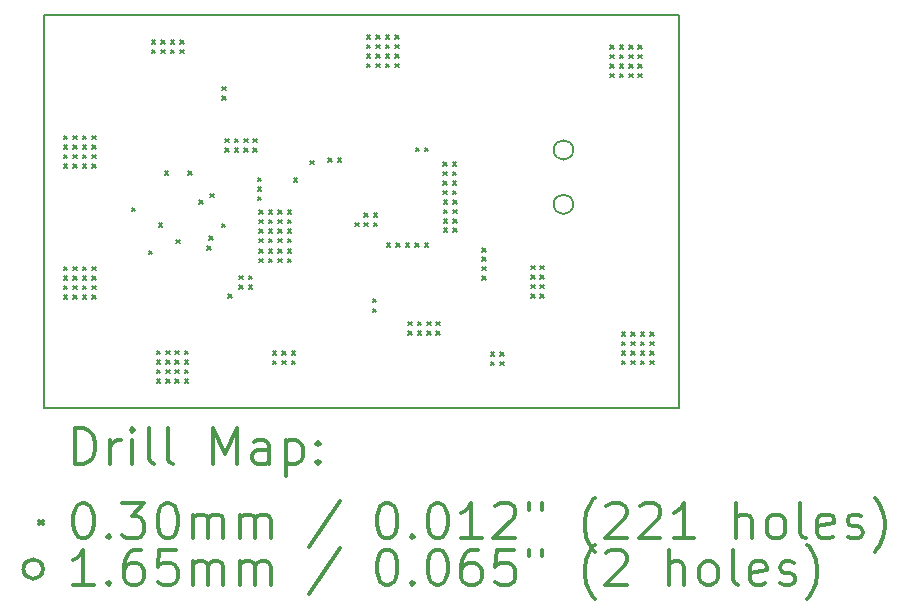
<source format=gbr>
%FSLAX45Y45*%
G04 Gerber Fmt 4.5, Leading zero omitted, Abs format (unit mm)*
G04 Created by KiCad (PCBNEW 4.0.6) date 06/06/17 12:12:12*
%MOMM*%
%LPD*%
G01*
G04 APERTURE LIST*
%ADD10C,0.127000*%
%ADD11C,0.150000*%
%ADD12C,0.200000*%
%ADD13C,0.300000*%
G04 APERTURE END LIST*
D10*
D11*
X0Y0D02*
X5375000Y0D01*
X0Y3325000D02*
X5375000Y3325000D01*
X5375000Y3325000D02*
X5375000Y0D01*
X0Y3325000D02*
X0Y0D01*
D12*
X170000Y2305000D02*
X200000Y2275000D01*
X200000Y2305000D02*
X170000Y2275000D01*
X170000Y2225000D02*
X200000Y2195000D01*
X200000Y2225000D02*
X170000Y2195000D01*
X170000Y2145000D02*
X200000Y2115000D01*
X200000Y2145000D02*
X170000Y2115000D01*
X170000Y2065000D02*
X200000Y2035000D01*
X200000Y2065000D02*
X170000Y2035000D01*
X170000Y1195000D02*
X200000Y1165000D01*
X200000Y1195000D02*
X170000Y1165000D01*
X170000Y1115000D02*
X200000Y1085000D01*
X200000Y1115000D02*
X170000Y1085000D01*
X170000Y1035000D02*
X200000Y1005000D01*
X200000Y1035000D02*
X170000Y1005000D01*
X170000Y955000D02*
X200000Y925000D01*
X200000Y955000D02*
X170000Y925000D01*
X250000Y2305000D02*
X280000Y2275000D01*
X280000Y2305000D02*
X250000Y2275000D01*
X250000Y2225000D02*
X280000Y2195000D01*
X280000Y2225000D02*
X250000Y2195000D01*
X250000Y2145000D02*
X280000Y2115000D01*
X280000Y2145000D02*
X250000Y2115000D01*
X250000Y2065000D02*
X280000Y2035000D01*
X280000Y2065000D02*
X250000Y2035000D01*
X250000Y1195000D02*
X280000Y1165000D01*
X280000Y1195000D02*
X250000Y1165000D01*
X250000Y1115000D02*
X280000Y1085000D01*
X280000Y1115000D02*
X250000Y1085000D01*
X250000Y1035000D02*
X280000Y1005000D01*
X280000Y1035000D02*
X250000Y1005000D01*
X250000Y955000D02*
X280000Y925000D01*
X280000Y955000D02*
X250000Y925000D01*
X330000Y2305000D02*
X360000Y2275000D01*
X360000Y2305000D02*
X330000Y2275000D01*
X330000Y2225000D02*
X360000Y2195000D01*
X360000Y2225000D02*
X330000Y2195000D01*
X330000Y2145000D02*
X360000Y2115000D01*
X360000Y2145000D02*
X330000Y2115000D01*
X330000Y2065000D02*
X360000Y2035000D01*
X360000Y2065000D02*
X330000Y2035000D01*
X330000Y1195000D02*
X360000Y1165000D01*
X360000Y1195000D02*
X330000Y1165000D01*
X330000Y1115000D02*
X360000Y1085000D01*
X360000Y1115000D02*
X330000Y1085000D01*
X330000Y1035000D02*
X360000Y1005000D01*
X360000Y1035000D02*
X330000Y1005000D01*
X330000Y955000D02*
X360000Y925000D01*
X360000Y955000D02*
X330000Y925000D01*
X410000Y2305000D02*
X440000Y2275000D01*
X440000Y2305000D02*
X410000Y2275000D01*
X410000Y2225000D02*
X440000Y2195000D01*
X440000Y2225000D02*
X410000Y2195000D01*
X410000Y2145000D02*
X440000Y2115000D01*
X440000Y2145000D02*
X410000Y2115000D01*
X410000Y2065000D02*
X440000Y2035000D01*
X440000Y2065000D02*
X410000Y2035000D01*
X410000Y1195000D02*
X440000Y1165000D01*
X440000Y1195000D02*
X410000Y1165000D01*
X410000Y1115000D02*
X440000Y1085000D01*
X440000Y1115000D02*
X410000Y1085000D01*
X410000Y1035000D02*
X440000Y1005000D01*
X440000Y1035000D02*
X410000Y1005000D01*
X410000Y955000D02*
X440000Y925000D01*
X440000Y955000D02*
X410000Y925000D01*
X745000Y1695000D02*
X775000Y1665000D01*
X775000Y1695000D02*
X745000Y1665000D01*
X890000Y1330000D02*
X920000Y1300000D01*
X920000Y1330000D02*
X890000Y1300000D01*
X915000Y3115000D02*
X945000Y3085000D01*
X945000Y3115000D02*
X915000Y3085000D01*
X915000Y3035000D02*
X945000Y3005000D01*
X945000Y3035000D02*
X915000Y3005000D01*
X955000Y485000D02*
X985000Y455000D01*
X985000Y485000D02*
X955000Y455000D01*
X955000Y405000D02*
X985000Y375000D01*
X985000Y405000D02*
X955000Y375000D01*
X955000Y325000D02*
X985000Y295000D01*
X985000Y325000D02*
X955000Y295000D01*
X955000Y245000D02*
X985000Y215000D01*
X985000Y245000D02*
X955000Y215000D01*
X975000Y1565000D02*
X1005000Y1535000D01*
X1005000Y1565000D02*
X975000Y1535000D01*
X995000Y3115000D02*
X1025000Y3085000D01*
X1025000Y3115000D02*
X995000Y3085000D01*
X995000Y3035000D02*
X1025000Y3005000D01*
X1025000Y3035000D02*
X995000Y3005000D01*
X1025000Y2005000D02*
X1055000Y1975000D01*
X1055000Y2005000D02*
X1025000Y1975000D01*
X1035000Y485000D02*
X1065000Y455000D01*
X1065000Y485000D02*
X1035000Y455000D01*
X1035000Y405000D02*
X1065000Y375000D01*
X1065000Y405000D02*
X1035000Y375000D01*
X1035000Y325000D02*
X1065000Y295000D01*
X1065000Y325000D02*
X1035000Y295000D01*
X1035000Y245000D02*
X1065000Y215000D01*
X1065000Y245000D02*
X1035000Y215000D01*
X1075000Y3115000D02*
X1105000Y3085000D01*
X1105000Y3115000D02*
X1075000Y3085000D01*
X1075000Y3035000D02*
X1105000Y3005000D01*
X1105000Y3035000D02*
X1075000Y3005000D01*
X1115000Y485000D02*
X1145000Y455000D01*
X1145000Y485000D02*
X1115000Y455000D01*
X1115000Y405000D02*
X1145000Y375000D01*
X1145000Y405000D02*
X1115000Y375000D01*
X1115000Y325000D02*
X1145000Y295000D01*
X1145000Y325000D02*
X1115000Y295000D01*
X1115000Y245000D02*
X1145000Y215000D01*
X1145000Y245000D02*
X1115000Y215000D01*
X1120000Y1425000D02*
X1150000Y1395000D01*
X1150000Y1425000D02*
X1120000Y1395000D01*
X1155000Y3115000D02*
X1185000Y3085000D01*
X1185000Y3115000D02*
X1155000Y3085000D01*
X1155000Y3035000D02*
X1185000Y3005000D01*
X1185000Y3035000D02*
X1155000Y3005000D01*
X1195000Y485000D02*
X1225000Y455000D01*
X1225000Y485000D02*
X1195000Y455000D01*
X1195000Y405000D02*
X1225000Y375000D01*
X1225000Y405000D02*
X1195000Y375000D01*
X1195000Y325000D02*
X1225000Y295000D01*
X1225000Y325000D02*
X1195000Y295000D01*
X1195000Y245000D02*
X1225000Y215000D01*
X1225000Y245000D02*
X1195000Y215000D01*
X1225000Y2005000D02*
X1255000Y1975000D01*
X1255000Y2005000D02*
X1225000Y1975000D01*
X1315000Y1760000D02*
X1345000Y1730000D01*
X1345000Y1760000D02*
X1315000Y1730000D01*
X1385000Y1370000D02*
X1415000Y1340000D01*
X1415000Y1370000D02*
X1385000Y1340000D01*
X1400000Y1455000D02*
X1430000Y1425000D01*
X1430000Y1455000D02*
X1400000Y1425000D01*
X1410000Y1815000D02*
X1440000Y1785000D01*
X1440000Y1815000D02*
X1410000Y1785000D01*
X1505000Y1560000D02*
X1535000Y1530000D01*
X1535000Y1560000D02*
X1505000Y1530000D01*
X1510000Y2720000D02*
X1540000Y2690000D01*
X1540000Y2720000D02*
X1510000Y2690000D01*
X1510000Y2640000D02*
X1540000Y2610000D01*
X1540000Y2640000D02*
X1510000Y2610000D01*
X1535000Y2280000D02*
X1565000Y2250000D01*
X1565000Y2280000D02*
X1535000Y2250000D01*
X1535000Y2200000D02*
X1565000Y2170000D01*
X1565000Y2200000D02*
X1535000Y2170000D01*
X1560000Y965000D02*
X1590000Y935000D01*
X1590000Y965000D02*
X1560000Y935000D01*
X1615000Y2280000D02*
X1645000Y2250000D01*
X1645000Y2280000D02*
X1615000Y2250000D01*
X1615000Y2200000D02*
X1645000Y2170000D01*
X1645000Y2200000D02*
X1615000Y2170000D01*
X1655000Y1120000D02*
X1685000Y1090000D01*
X1685000Y1120000D02*
X1655000Y1090000D01*
X1655000Y1040000D02*
X1685000Y1010000D01*
X1685000Y1040000D02*
X1655000Y1010000D01*
X1695000Y2280000D02*
X1725000Y2250000D01*
X1725000Y2280000D02*
X1695000Y2250000D01*
X1695000Y2200000D02*
X1725000Y2170000D01*
X1725000Y2200000D02*
X1695000Y2170000D01*
X1735000Y1120000D02*
X1765000Y1090000D01*
X1765000Y1120000D02*
X1735000Y1090000D01*
X1735000Y1040000D02*
X1765000Y1010000D01*
X1765000Y1040000D02*
X1735000Y1010000D01*
X1775000Y2280000D02*
X1805000Y2250000D01*
X1805000Y2280000D02*
X1775000Y2250000D01*
X1775000Y2200000D02*
X1805000Y2170000D01*
X1805000Y2200000D02*
X1775000Y2170000D01*
X1810000Y1950000D02*
X1840000Y1920000D01*
X1840000Y1950000D02*
X1810000Y1920000D01*
X1810000Y1870000D02*
X1840000Y1840000D01*
X1840000Y1870000D02*
X1810000Y1840000D01*
X1810000Y1790000D02*
X1840000Y1760000D01*
X1840000Y1790000D02*
X1810000Y1760000D01*
X1825000Y1675000D02*
X1855000Y1645000D01*
X1855000Y1675000D02*
X1825000Y1645000D01*
X1825000Y1595000D02*
X1855000Y1565000D01*
X1855000Y1595000D02*
X1825000Y1565000D01*
X1825000Y1515000D02*
X1855000Y1485000D01*
X1855000Y1515000D02*
X1825000Y1485000D01*
X1825000Y1435000D02*
X1855000Y1405000D01*
X1855000Y1435000D02*
X1825000Y1405000D01*
X1825000Y1345000D02*
X1855000Y1315000D01*
X1855000Y1345000D02*
X1825000Y1315000D01*
X1825000Y1265000D02*
X1855000Y1235000D01*
X1855000Y1265000D02*
X1825000Y1235000D01*
X1905000Y1675000D02*
X1935000Y1645000D01*
X1935000Y1675000D02*
X1905000Y1645000D01*
X1905000Y1595000D02*
X1935000Y1565000D01*
X1935000Y1595000D02*
X1905000Y1565000D01*
X1905000Y1515000D02*
X1935000Y1485000D01*
X1935000Y1515000D02*
X1905000Y1485000D01*
X1905000Y1435000D02*
X1935000Y1405000D01*
X1935000Y1435000D02*
X1905000Y1405000D01*
X1905000Y1345000D02*
X1935000Y1315000D01*
X1935000Y1345000D02*
X1905000Y1315000D01*
X1905000Y1265000D02*
X1935000Y1235000D01*
X1935000Y1265000D02*
X1905000Y1235000D01*
X1940000Y480000D02*
X1970000Y450000D01*
X1970000Y480000D02*
X1940000Y450000D01*
X1940000Y400000D02*
X1970000Y370000D01*
X1970000Y400000D02*
X1940000Y370000D01*
X1985000Y1675000D02*
X2015000Y1645000D01*
X2015000Y1675000D02*
X1985000Y1645000D01*
X1985000Y1595000D02*
X2015000Y1565000D01*
X2015000Y1595000D02*
X1985000Y1565000D01*
X1985000Y1515000D02*
X2015000Y1485000D01*
X2015000Y1515000D02*
X1985000Y1485000D01*
X1985000Y1435000D02*
X2015000Y1405000D01*
X2015000Y1435000D02*
X1985000Y1405000D01*
X1985000Y1345000D02*
X2015000Y1315000D01*
X2015000Y1345000D02*
X1985000Y1315000D01*
X1985000Y1265000D02*
X2015000Y1235000D01*
X2015000Y1265000D02*
X1985000Y1235000D01*
X2020000Y480000D02*
X2050000Y450000D01*
X2050000Y480000D02*
X2020000Y450000D01*
X2020000Y400000D02*
X2050000Y370000D01*
X2050000Y400000D02*
X2020000Y370000D01*
X2065000Y1675000D02*
X2095000Y1645000D01*
X2095000Y1675000D02*
X2065000Y1645000D01*
X2065000Y1595000D02*
X2095000Y1565000D01*
X2095000Y1595000D02*
X2065000Y1565000D01*
X2065000Y1515000D02*
X2095000Y1485000D01*
X2095000Y1515000D02*
X2065000Y1485000D01*
X2065000Y1435000D02*
X2095000Y1405000D01*
X2095000Y1435000D02*
X2065000Y1405000D01*
X2065000Y1345000D02*
X2095000Y1315000D01*
X2095000Y1345000D02*
X2065000Y1315000D01*
X2065000Y1265000D02*
X2095000Y1235000D01*
X2095000Y1265000D02*
X2065000Y1235000D01*
X2100000Y480000D02*
X2130000Y450000D01*
X2130000Y480000D02*
X2100000Y450000D01*
X2100000Y400000D02*
X2130000Y370000D01*
X2130000Y400000D02*
X2100000Y370000D01*
X2115000Y1945000D02*
X2145000Y1915000D01*
X2145000Y1945000D02*
X2115000Y1915000D01*
X2255000Y2095000D02*
X2285000Y2065000D01*
X2285000Y2095000D02*
X2255000Y2065000D01*
X2410000Y2115000D02*
X2440000Y2085000D01*
X2440000Y2115000D02*
X2410000Y2085000D01*
X2490000Y2115000D02*
X2520000Y2085000D01*
X2520000Y2115000D02*
X2490000Y2085000D01*
X2635000Y1570000D02*
X2665000Y1540000D01*
X2665000Y1570000D02*
X2635000Y1540000D01*
X2715000Y1650000D02*
X2745000Y1620000D01*
X2745000Y1650000D02*
X2715000Y1620000D01*
X2715000Y1570000D02*
X2745000Y1540000D01*
X2745000Y1570000D02*
X2715000Y1540000D01*
X2735000Y3155000D02*
X2765000Y3125000D01*
X2765000Y3155000D02*
X2735000Y3125000D01*
X2735000Y3075000D02*
X2765000Y3045000D01*
X2765000Y3075000D02*
X2735000Y3045000D01*
X2735000Y2995000D02*
X2765000Y2965000D01*
X2765000Y2995000D02*
X2735000Y2965000D01*
X2735000Y2915000D02*
X2765000Y2885000D01*
X2765000Y2915000D02*
X2735000Y2885000D01*
X2785000Y925000D02*
X2815000Y895000D01*
X2815000Y925000D02*
X2785000Y895000D01*
X2785000Y840000D02*
X2815000Y810000D01*
X2815000Y840000D02*
X2785000Y810000D01*
X2795000Y1650000D02*
X2825000Y1620000D01*
X2825000Y1650000D02*
X2795000Y1620000D01*
X2795000Y1570000D02*
X2825000Y1540000D01*
X2825000Y1570000D02*
X2795000Y1540000D01*
X2815000Y3155000D02*
X2845000Y3125000D01*
X2845000Y3155000D02*
X2815000Y3125000D01*
X2815000Y3075000D02*
X2845000Y3045000D01*
X2845000Y3075000D02*
X2815000Y3045000D01*
X2815000Y2995000D02*
X2845000Y2965000D01*
X2845000Y2995000D02*
X2815000Y2965000D01*
X2815000Y2915000D02*
X2845000Y2885000D01*
X2845000Y2915000D02*
X2815000Y2885000D01*
X2895000Y3155000D02*
X2925000Y3125000D01*
X2925000Y3155000D02*
X2895000Y3125000D01*
X2895000Y3075000D02*
X2925000Y3045000D01*
X2925000Y3075000D02*
X2895000Y3045000D01*
X2895000Y2995000D02*
X2925000Y2965000D01*
X2925000Y2995000D02*
X2895000Y2965000D01*
X2895000Y2915000D02*
X2925000Y2885000D01*
X2925000Y2915000D02*
X2895000Y2885000D01*
X2905000Y1395000D02*
X2935000Y1365000D01*
X2935000Y1395000D02*
X2905000Y1365000D01*
X2975000Y3155000D02*
X3005000Y3125000D01*
X3005000Y3155000D02*
X2975000Y3125000D01*
X2975000Y3075000D02*
X3005000Y3045000D01*
X3005000Y3075000D02*
X2975000Y3045000D01*
X2975000Y2995000D02*
X3005000Y2965000D01*
X3005000Y2995000D02*
X2975000Y2965000D01*
X2975000Y2915000D02*
X3005000Y2885000D01*
X3005000Y2915000D02*
X2975000Y2885000D01*
X2985000Y1395000D02*
X3015000Y1365000D01*
X3015000Y1395000D02*
X2985000Y1365000D01*
X3065000Y1395000D02*
X3095000Y1365000D01*
X3095000Y1395000D02*
X3065000Y1365000D01*
X3085000Y730000D02*
X3115000Y700000D01*
X3115000Y730000D02*
X3085000Y700000D01*
X3085000Y650000D02*
X3115000Y620000D01*
X3115000Y650000D02*
X3085000Y620000D01*
X3145000Y1395000D02*
X3175000Y1365000D01*
X3175000Y1395000D02*
X3145000Y1365000D01*
X3150000Y2205000D02*
X3180000Y2175000D01*
X3180000Y2205000D02*
X3150000Y2175000D01*
X3165000Y730000D02*
X3195000Y700000D01*
X3195000Y730000D02*
X3165000Y700000D01*
X3165000Y650000D02*
X3195000Y620000D01*
X3195000Y650000D02*
X3165000Y620000D01*
X3225000Y2205000D02*
X3255000Y2175000D01*
X3255000Y2205000D02*
X3225000Y2175000D01*
X3225000Y1395000D02*
X3255000Y1365000D01*
X3255000Y1395000D02*
X3225000Y1365000D01*
X3245000Y730000D02*
X3275000Y700000D01*
X3275000Y730000D02*
X3245000Y700000D01*
X3245000Y650000D02*
X3275000Y620000D01*
X3275000Y650000D02*
X3245000Y620000D01*
X3325000Y730000D02*
X3355000Y700000D01*
X3355000Y730000D02*
X3325000Y700000D01*
X3325000Y650000D02*
X3355000Y620000D01*
X3355000Y650000D02*
X3325000Y620000D01*
X3382500Y2080000D02*
X3412500Y2050000D01*
X3412500Y2080000D02*
X3382500Y2050000D01*
X3382500Y2000000D02*
X3412500Y1970000D01*
X3412500Y2000000D02*
X3382500Y1970000D01*
X3382500Y1920000D02*
X3412500Y1890000D01*
X3412500Y1920000D02*
X3382500Y1890000D01*
X3382500Y1840000D02*
X3412500Y1810000D01*
X3412500Y1840000D02*
X3382500Y1810000D01*
X3385000Y1760000D02*
X3415000Y1730000D01*
X3415000Y1760000D02*
X3385000Y1730000D01*
X3385000Y1680000D02*
X3415000Y1650000D01*
X3415000Y1680000D02*
X3385000Y1650000D01*
X3385000Y1600000D02*
X3415000Y1570000D01*
X3415000Y1600000D02*
X3385000Y1570000D01*
X3385000Y1520000D02*
X3415000Y1490000D01*
X3415000Y1520000D02*
X3385000Y1490000D01*
X3462500Y2080000D02*
X3492500Y2050000D01*
X3492500Y2080000D02*
X3462500Y2050000D01*
X3462500Y2000000D02*
X3492500Y1970000D01*
X3492500Y2000000D02*
X3462500Y1970000D01*
X3462500Y1920000D02*
X3492500Y1890000D01*
X3492500Y1920000D02*
X3462500Y1890000D01*
X3462500Y1840000D02*
X3492500Y1810000D01*
X3492500Y1840000D02*
X3462500Y1810000D01*
X3465000Y1760000D02*
X3495000Y1730000D01*
X3495000Y1760000D02*
X3465000Y1730000D01*
X3465000Y1680000D02*
X3495000Y1650000D01*
X3495000Y1680000D02*
X3465000Y1650000D01*
X3465000Y1600000D02*
X3495000Y1570000D01*
X3495000Y1600000D02*
X3465000Y1570000D01*
X3465000Y1520000D02*
X3495000Y1490000D01*
X3495000Y1520000D02*
X3465000Y1490000D01*
X3710000Y1355000D02*
X3740000Y1325000D01*
X3740000Y1355000D02*
X3710000Y1325000D01*
X3710000Y1275000D02*
X3740000Y1245000D01*
X3740000Y1275000D02*
X3710000Y1245000D01*
X3710000Y1195000D02*
X3740000Y1165000D01*
X3740000Y1195000D02*
X3710000Y1165000D01*
X3710000Y1115000D02*
X3740000Y1085000D01*
X3740000Y1115000D02*
X3710000Y1085000D01*
X3785000Y470000D02*
X3815000Y440000D01*
X3815000Y470000D02*
X3785000Y440000D01*
X3785000Y390000D02*
X3815000Y360000D01*
X3815000Y390000D02*
X3785000Y360000D01*
X3865000Y470000D02*
X3895000Y440000D01*
X3895000Y470000D02*
X3865000Y440000D01*
X3865000Y390000D02*
X3895000Y360000D01*
X3895000Y390000D02*
X3865000Y360000D01*
X4125000Y1205000D02*
X4155000Y1175000D01*
X4155000Y1205000D02*
X4125000Y1175000D01*
X4125000Y1125000D02*
X4155000Y1095000D01*
X4155000Y1125000D02*
X4125000Y1095000D01*
X4125000Y1045000D02*
X4155000Y1015000D01*
X4155000Y1045000D02*
X4125000Y1015000D01*
X4125000Y965000D02*
X4155000Y935000D01*
X4155000Y965000D02*
X4125000Y935000D01*
X4205000Y1205000D02*
X4235000Y1175000D01*
X4235000Y1205000D02*
X4205000Y1175000D01*
X4205000Y1125000D02*
X4235000Y1095000D01*
X4235000Y1125000D02*
X4205000Y1095000D01*
X4205000Y1045000D02*
X4235000Y1015000D01*
X4235000Y1045000D02*
X4205000Y1015000D01*
X4205000Y965000D02*
X4235000Y935000D01*
X4235000Y965000D02*
X4205000Y935000D01*
X4795000Y3070000D02*
X4825000Y3040000D01*
X4825000Y3070000D02*
X4795000Y3040000D01*
X4795000Y2990000D02*
X4825000Y2960000D01*
X4825000Y2990000D02*
X4795000Y2960000D01*
X4795000Y2910000D02*
X4825000Y2880000D01*
X4825000Y2910000D02*
X4795000Y2880000D01*
X4795000Y2830000D02*
X4825000Y2800000D01*
X4825000Y2830000D02*
X4795000Y2800000D01*
X4875000Y3070000D02*
X4905000Y3040000D01*
X4905000Y3070000D02*
X4875000Y3040000D01*
X4875000Y2990000D02*
X4905000Y2960000D01*
X4905000Y2990000D02*
X4875000Y2960000D01*
X4875000Y2910000D02*
X4905000Y2880000D01*
X4905000Y2910000D02*
X4875000Y2880000D01*
X4875000Y2830000D02*
X4905000Y2800000D01*
X4905000Y2830000D02*
X4875000Y2800000D01*
X4895000Y640000D02*
X4925000Y610000D01*
X4925000Y640000D02*
X4895000Y610000D01*
X4895000Y560000D02*
X4925000Y530000D01*
X4925000Y560000D02*
X4895000Y530000D01*
X4895000Y480000D02*
X4925000Y450000D01*
X4925000Y480000D02*
X4895000Y450000D01*
X4895000Y400000D02*
X4925000Y370000D01*
X4925000Y400000D02*
X4895000Y370000D01*
X4955000Y3070000D02*
X4985000Y3040000D01*
X4985000Y3070000D02*
X4955000Y3040000D01*
X4955000Y2990000D02*
X4985000Y2960000D01*
X4985000Y2990000D02*
X4955000Y2960000D01*
X4955000Y2910000D02*
X4985000Y2880000D01*
X4985000Y2910000D02*
X4955000Y2880000D01*
X4955000Y2830000D02*
X4985000Y2800000D01*
X4985000Y2830000D02*
X4955000Y2800000D01*
X4975000Y640000D02*
X5005000Y610000D01*
X5005000Y640000D02*
X4975000Y610000D01*
X4975000Y560000D02*
X5005000Y530000D01*
X5005000Y560000D02*
X4975000Y530000D01*
X4975000Y480000D02*
X5005000Y450000D01*
X5005000Y480000D02*
X4975000Y450000D01*
X4975000Y400000D02*
X5005000Y370000D01*
X5005000Y400000D02*
X4975000Y370000D01*
X5035000Y3070000D02*
X5065000Y3040000D01*
X5065000Y3070000D02*
X5035000Y3040000D01*
X5035000Y2990000D02*
X5065000Y2960000D01*
X5065000Y2990000D02*
X5035000Y2960000D01*
X5035000Y2910000D02*
X5065000Y2880000D01*
X5065000Y2910000D02*
X5035000Y2880000D01*
X5035000Y2830000D02*
X5065000Y2800000D01*
X5065000Y2830000D02*
X5035000Y2800000D01*
X5055000Y640000D02*
X5085000Y610000D01*
X5085000Y640000D02*
X5055000Y610000D01*
X5055000Y560000D02*
X5085000Y530000D01*
X5085000Y560000D02*
X5055000Y530000D01*
X5055000Y480000D02*
X5085000Y450000D01*
X5085000Y480000D02*
X5055000Y450000D01*
X5055000Y400000D02*
X5085000Y370000D01*
X5085000Y400000D02*
X5055000Y370000D01*
X5135000Y640000D02*
X5165000Y610000D01*
X5165000Y640000D02*
X5135000Y610000D01*
X5135000Y560000D02*
X5165000Y530000D01*
X5165000Y560000D02*
X5135000Y530000D01*
X5135000Y480000D02*
X5165000Y450000D01*
X5165000Y480000D02*
X5135000Y450000D01*
X5135000Y400000D02*
X5165000Y370000D01*
X5165000Y400000D02*
X5135000Y370000D01*
X4482500Y2185000D02*
G75*
G03X4482500Y2185000I-82500J0D01*
G01*
X4482500Y1725000D02*
G75*
G03X4482500Y1725000I-82500J0D01*
G01*
D13*
X263929Y-473214D02*
X263929Y-173214D01*
X335357Y-173214D01*
X378214Y-187500D01*
X406786Y-216071D01*
X421071Y-244643D01*
X435357Y-301786D01*
X435357Y-344643D01*
X421071Y-401786D01*
X406786Y-430357D01*
X378214Y-458929D01*
X335357Y-473214D01*
X263929Y-473214D01*
X563929Y-473214D02*
X563929Y-273214D01*
X563929Y-330357D02*
X578214Y-301786D01*
X592500Y-287500D01*
X621071Y-273214D01*
X649643Y-273214D01*
X749643Y-473214D02*
X749643Y-273214D01*
X749643Y-173214D02*
X735357Y-187500D01*
X749643Y-201786D01*
X763928Y-187500D01*
X749643Y-173214D01*
X749643Y-201786D01*
X935357Y-473214D02*
X906786Y-458929D01*
X892500Y-430357D01*
X892500Y-173214D01*
X1092500Y-473214D02*
X1063929Y-458929D01*
X1049643Y-430357D01*
X1049643Y-173214D01*
X1435357Y-473214D02*
X1435357Y-173214D01*
X1535357Y-387500D01*
X1635357Y-173214D01*
X1635357Y-473214D01*
X1906786Y-473214D02*
X1906786Y-316072D01*
X1892500Y-287500D01*
X1863928Y-273214D01*
X1806786Y-273214D01*
X1778214Y-287500D01*
X1906786Y-458929D02*
X1878214Y-473214D01*
X1806786Y-473214D01*
X1778214Y-458929D01*
X1763928Y-430357D01*
X1763928Y-401786D01*
X1778214Y-373214D01*
X1806786Y-358929D01*
X1878214Y-358929D01*
X1906786Y-344643D01*
X2049643Y-273214D02*
X2049643Y-573214D01*
X2049643Y-287500D02*
X2078214Y-273214D01*
X2135357Y-273214D01*
X2163929Y-287500D01*
X2178214Y-301786D01*
X2192500Y-330357D01*
X2192500Y-416071D01*
X2178214Y-444643D01*
X2163929Y-458929D01*
X2135357Y-473214D01*
X2078214Y-473214D01*
X2049643Y-458929D01*
X2321071Y-444643D02*
X2335357Y-458929D01*
X2321071Y-473214D01*
X2306786Y-458929D01*
X2321071Y-444643D01*
X2321071Y-473214D01*
X2321071Y-287500D02*
X2335357Y-301786D01*
X2321071Y-316072D01*
X2306786Y-301786D01*
X2321071Y-287500D01*
X2321071Y-316072D01*
X-37500Y-952500D02*
X-7500Y-982500D01*
X-7500Y-952500D02*
X-37500Y-982500D01*
X321071Y-803214D02*
X349643Y-803214D01*
X378214Y-817500D01*
X392500Y-831786D01*
X406786Y-860357D01*
X421071Y-917500D01*
X421071Y-988929D01*
X406786Y-1046071D01*
X392500Y-1074643D01*
X378214Y-1088929D01*
X349643Y-1103214D01*
X321071Y-1103214D01*
X292500Y-1088929D01*
X278214Y-1074643D01*
X263929Y-1046071D01*
X249643Y-988929D01*
X249643Y-917500D01*
X263929Y-860357D01*
X278214Y-831786D01*
X292500Y-817500D01*
X321071Y-803214D01*
X549643Y-1074643D02*
X563929Y-1088929D01*
X549643Y-1103214D01*
X535357Y-1088929D01*
X549643Y-1074643D01*
X549643Y-1103214D01*
X663928Y-803214D02*
X849643Y-803214D01*
X749643Y-917500D01*
X792500Y-917500D01*
X821071Y-931786D01*
X835357Y-946071D01*
X849643Y-974643D01*
X849643Y-1046071D01*
X835357Y-1074643D01*
X821071Y-1088929D01*
X792500Y-1103214D01*
X706786Y-1103214D01*
X678214Y-1088929D01*
X663928Y-1074643D01*
X1035357Y-803214D02*
X1063929Y-803214D01*
X1092500Y-817500D01*
X1106786Y-831786D01*
X1121071Y-860357D01*
X1135357Y-917500D01*
X1135357Y-988929D01*
X1121071Y-1046071D01*
X1106786Y-1074643D01*
X1092500Y-1088929D01*
X1063929Y-1103214D01*
X1035357Y-1103214D01*
X1006786Y-1088929D01*
X992500Y-1074643D01*
X978214Y-1046071D01*
X963928Y-988929D01*
X963928Y-917500D01*
X978214Y-860357D01*
X992500Y-831786D01*
X1006786Y-817500D01*
X1035357Y-803214D01*
X1263929Y-1103214D02*
X1263929Y-903214D01*
X1263929Y-931786D02*
X1278214Y-917500D01*
X1306786Y-903214D01*
X1349643Y-903214D01*
X1378214Y-917500D01*
X1392500Y-946071D01*
X1392500Y-1103214D01*
X1392500Y-946071D02*
X1406786Y-917500D01*
X1435357Y-903214D01*
X1478214Y-903214D01*
X1506786Y-917500D01*
X1521071Y-946071D01*
X1521071Y-1103214D01*
X1663928Y-1103214D02*
X1663928Y-903214D01*
X1663928Y-931786D02*
X1678214Y-917500D01*
X1706786Y-903214D01*
X1749643Y-903214D01*
X1778214Y-917500D01*
X1792500Y-946071D01*
X1792500Y-1103214D01*
X1792500Y-946071D02*
X1806786Y-917500D01*
X1835357Y-903214D01*
X1878214Y-903214D01*
X1906786Y-917500D01*
X1921071Y-946071D01*
X1921071Y-1103214D01*
X2506786Y-788929D02*
X2249643Y-1174643D01*
X2892500Y-803214D02*
X2921071Y-803214D01*
X2949643Y-817500D01*
X2963928Y-831786D01*
X2978214Y-860357D01*
X2992500Y-917500D01*
X2992500Y-988929D01*
X2978214Y-1046071D01*
X2963928Y-1074643D01*
X2949643Y-1088929D01*
X2921071Y-1103214D01*
X2892500Y-1103214D01*
X2863928Y-1088929D01*
X2849643Y-1074643D01*
X2835357Y-1046071D01*
X2821071Y-988929D01*
X2821071Y-917500D01*
X2835357Y-860357D01*
X2849643Y-831786D01*
X2863928Y-817500D01*
X2892500Y-803214D01*
X3121071Y-1074643D02*
X3135357Y-1088929D01*
X3121071Y-1103214D01*
X3106786Y-1088929D01*
X3121071Y-1074643D01*
X3121071Y-1103214D01*
X3321071Y-803214D02*
X3349643Y-803214D01*
X3378214Y-817500D01*
X3392500Y-831786D01*
X3406785Y-860357D01*
X3421071Y-917500D01*
X3421071Y-988929D01*
X3406785Y-1046071D01*
X3392500Y-1074643D01*
X3378214Y-1088929D01*
X3349643Y-1103214D01*
X3321071Y-1103214D01*
X3292500Y-1088929D01*
X3278214Y-1074643D01*
X3263928Y-1046071D01*
X3249643Y-988929D01*
X3249643Y-917500D01*
X3263928Y-860357D01*
X3278214Y-831786D01*
X3292500Y-817500D01*
X3321071Y-803214D01*
X3706785Y-1103214D02*
X3535357Y-1103214D01*
X3621071Y-1103214D02*
X3621071Y-803214D01*
X3592500Y-846071D01*
X3563928Y-874643D01*
X3535357Y-888929D01*
X3821071Y-831786D02*
X3835357Y-817500D01*
X3863928Y-803214D01*
X3935357Y-803214D01*
X3963928Y-817500D01*
X3978214Y-831786D01*
X3992500Y-860357D01*
X3992500Y-888929D01*
X3978214Y-931786D01*
X3806785Y-1103214D01*
X3992500Y-1103214D01*
X4106786Y-803214D02*
X4106786Y-860357D01*
X4221071Y-803214D02*
X4221071Y-860357D01*
X4663928Y-1217500D02*
X4649643Y-1203214D01*
X4621071Y-1160357D01*
X4606786Y-1131786D01*
X4592500Y-1088929D01*
X4578214Y-1017500D01*
X4578214Y-960357D01*
X4592500Y-888929D01*
X4606786Y-846071D01*
X4621071Y-817500D01*
X4649643Y-774643D01*
X4663928Y-760357D01*
X4763928Y-831786D02*
X4778214Y-817500D01*
X4806786Y-803214D01*
X4878214Y-803214D01*
X4906786Y-817500D01*
X4921071Y-831786D01*
X4935357Y-860357D01*
X4935357Y-888929D01*
X4921071Y-931786D01*
X4749643Y-1103214D01*
X4935357Y-1103214D01*
X5049643Y-831786D02*
X5063928Y-817500D01*
X5092500Y-803214D01*
X5163928Y-803214D01*
X5192500Y-817500D01*
X5206786Y-831786D01*
X5221071Y-860357D01*
X5221071Y-888929D01*
X5206786Y-931786D01*
X5035357Y-1103214D01*
X5221071Y-1103214D01*
X5506786Y-1103214D02*
X5335357Y-1103214D01*
X5421071Y-1103214D02*
X5421071Y-803214D01*
X5392500Y-846071D01*
X5363928Y-874643D01*
X5335357Y-888929D01*
X5863928Y-1103214D02*
X5863928Y-803214D01*
X5992500Y-1103214D02*
X5992500Y-946071D01*
X5978214Y-917500D01*
X5949643Y-903214D01*
X5906785Y-903214D01*
X5878214Y-917500D01*
X5863928Y-931786D01*
X6178214Y-1103214D02*
X6149643Y-1088929D01*
X6135357Y-1074643D01*
X6121071Y-1046071D01*
X6121071Y-960357D01*
X6135357Y-931786D01*
X6149643Y-917500D01*
X6178214Y-903214D01*
X6221071Y-903214D01*
X6249643Y-917500D01*
X6263928Y-931786D01*
X6278214Y-960357D01*
X6278214Y-1046071D01*
X6263928Y-1074643D01*
X6249643Y-1088929D01*
X6221071Y-1103214D01*
X6178214Y-1103214D01*
X6449643Y-1103214D02*
X6421071Y-1088929D01*
X6406786Y-1060357D01*
X6406786Y-803214D01*
X6678214Y-1088929D02*
X6649643Y-1103214D01*
X6592500Y-1103214D01*
X6563928Y-1088929D01*
X6549643Y-1060357D01*
X6549643Y-946071D01*
X6563928Y-917500D01*
X6592500Y-903214D01*
X6649643Y-903214D01*
X6678214Y-917500D01*
X6692500Y-946071D01*
X6692500Y-974643D01*
X6549643Y-1003214D01*
X6806786Y-1088929D02*
X6835357Y-1103214D01*
X6892500Y-1103214D01*
X6921071Y-1088929D01*
X6935357Y-1060357D01*
X6935357Y-1046071D01*
X6921071Y-1017500D01*
X6892500Y-1003214D01*
X6849643Y-1003214D01*
X6821071Y-988929D01*
X6806786Y-960357D01*
X6806786Y-946071D01*
X6821071Y-917500D01*
X6849643Y-903214D01*
X6892500Y-903214D01*
X6921071Y-917500D01*
X7035357Y-1217500D02*
X7049643Y-1203214D01*
X7078214Y-1160357D01*
X7092500Y-1131786D01*
X7106786Y-1088929D01*
X7121071Y-1017500D01*
X7121071Y-960357D01*
X7106786Y-888929D01*
X7092500Y-846071D01*
X7078214Y-817500D01*
X7049643Y-774643D01*
X7035357Y-760357D01*
X-7500Y-1363500D02*
G75*
G03X-7500Y-1363500I-82500J0D01*
G01*
X421071Y-1499214D02*
X249643Y-1499214D01*
X335357Y-1499214D02*
X335357Y-1199214D01*
X306786Y-1242072D01*
X278214Y-1270643D01*
X249643Y-1284929D01*
X549643Y-1470643D02*
X563929Y-1484929D01*
X549643Y-1499214D01*
X535357Y-1484929D01*
X549643Y-1470643D01*
X549643Y-1499214D01*
X821071Y-1199214D02*
X763928Y-1199214D01*
X735357Y-1213500D01*
X721071Y-1227786D01*
X692500Y-1270643D01*
X678214Y-1327786D01*
X678214Y-1442071D01*
X692500Y-1470643D01*
X706786Y-1484929D01*
X735357Y-1499214D01*
X792500Y-1499214D01*
X821071Y-1484929D01*
X835357Y-1470643D01*
X849643Y-1442071D01*
X849643Y-1370643D01*
X835357Y-1342072D01*
X821071Y-1327786D01*
X792500Y-1313500D01*
X735357Y-1313500D01*
X706786Y-1327786D01*
X692500Y-1342072D01*
X678214Y-1370643D01*
X1121071Y-1199214D02*
X978214Y-1199214D01*
X963928Y-1342072D01*
X978214Y-1327786D01*
X1006786Y-1313500D01*
X1078214Y-1313500D01*
X1106786Y-1327786D01*
X1121071Y-1342072D01*
X1135357Y-1370643D01*
X1135357Y-1442071D01*
X1121071Y-1470643D01*
X1106786Y-1484929D01*
X1078214Y-1499214D01*
X1006786Y-1499214D01*
X978214Y-1484929D01*
X963928Y-1470643D01*
X1263929Y-1499214D02*
X1263929Y-1299214D01*
X1263929Y-1327786D02*
X1278214Y-1313500D01*
X1306786Y-1299214D01*
X1349643Y-1299214D01*
X1378214Y-1313500D01*
X1392500Y-1342072D01*
X1392500Y-1499214D01*
X1392500Y-1342072D02*
X1406786Y-1313500D01*
X1435357Y-1299214D01*
X1478214Y-1299214D01*
X1506786Y-1313500D01*
X1521071Y-1342072D01*
X1521071Y-1499214D01*
X1663928Y-1499214D02*
X1663928Y-1299214D01*
X1663928Y-1327786D02*
X1678214Y-1313500D01*
X1706786Y-1299214D01*
X1749643Y-1299214D01*
X1778214Y-1313500D01*
X1792500Y-1342072D01*
X1792500Y-1499214D01*
X1792500Y-1342072D02*
X1806786Y-1313500D01*
X1835357Y-1299214D01*
X1878214Y-1299214D01*
X1906786Y-1313500D01*
X1921071Y-1342072D01*
X1921071Y-1499214D01*
X2506786Y-1184929D02*
X2249643Y-1570643D01*
X2892500Y-1199214D02*
X2921071Y-1199214D01*
X2949643Y-1213500D01*
X2963928Y-1227786D01*
X2978214Y-1256357D01*
X2992500Y-1313500D01*
X2992500Y-1384929D01*
X2978214Y-1442071D01*
X2963928Y-1470643D01*
X2949643Y-1484929D01*
X2921071Y-1499214D01*
X2892500Y-1499214D01*
X2863928Y-1484929D01*
X2849643Y-1470643D01*
X2835357Y-1442071D01*
X2821071Y-1384929D01*
X2821071Y-1313500D01*
X2835357Y-1256357D01*
X2849643Y-1227786D01*
X2863928Y-1213500D01*
X2892500Y-1199214D01*
X3121071Y-1470643D02*
X3135357Y-1484929D01*
X3121071Y-1499214D01*
X3106786Y-1484929D01*
X3121071Y-1470643D01*
X3121071Y-1499214D01*
X3321071Y-1199214D02*
X3349643Y-1199214D01*
X3378214Y-1213500D01*
X3392500Y-1227786D01*
X3406785Y-1256357D01*
X3421071Y-1313500D01*
X3421071Y-1384929D01*
X3406785Y-1442071D01*
X3392500Y-1470643D01*
X3378214Y-1484929D01*
X3349643Y-1499214D01*
X3321071Y-1499214D01*
X3292500Y-1484929D01*
X3278214Y-1470643D01*
X3263928Y-1442071D01*
X3249643Y-1384929D01*
X3249643Y-1313500D01*
X3263928Y-1256357D01*
X3278214Y-1227786D01*
X3292500Y-1213500D01*
X3321071Y-1199214D01*
X3678214Y-1199214D02*
X3621071Y-1199214D01*
X3592500Y-1213500D01*
X3578214Y-1227786D01*
X3549643Y-1270643D01*
X3535357Y-1327786D01*
X3535357Y-1442071D01*
X3549643Y-1470643D01*
X3563928Y-1484929D01*
X3592500Y-1499214D01*
X3649643Y-1499214D01*
X3678214Y-1484929D01*
X3692500Y-1470643D01*
X3706785Y-1442071D01*
X3706785Y-1370643D01*
X3692500Y-1342072D01*
X3678214Y-1327786D01*
X3649643Y-1313500D01*
X3592500Y-1313500D01*
X3563928Y-1327786D01*
X3549643Y-1342072D01*
X3535357Y-1370643D01*
X3978214Y-1199214D02*
X3835357Y-1199214D01*
X3821071Y-1342072D01*
X3835357Y-1327786D01*
X3863928Y-1313500D01*
X3935357Y-1313500D01*
X3963928Y-1327786D01*
X3978214Y-1342072D01*
X3992500Y-1370643D01*
X3992500Y-1442071D01*
X3978214Y-1470643D01*
X3963928Y-1484929D01*
X3935357Y-1499214D01*
X3863928Y-1499214D01*
X3835357Y-1484929D01*
X3821071Y-1470643D01*
X4106786Y-1199214D02*
X4106786Y-1256357D01*
X4221071Y-1199214D02*
X4221071Y-1256357D01*
X4663928Y-1613500D02*
X4649643Y-1599214D01*
X4621071Y-1556357D01*
X4606786Y-1527786D01*
X4592500Y-1484929D01*
X4578214Y-1413500D01*
X4578214Y-1356357D01*
X4592500Y-1284929D01*
X4606786Y-1242072D01*
X4621071Y-1213500D01*
X4649643Y-1170643D01*
X4663928Y-1156357D01*
X4763928Y-1227786D02*
X4778214Y-1213500D01*
X4806786Y-1199214D01*
X4878214Y-1199214D01*
X4906786Y-1213500D01*
X4921071Y-1227786D01*
X4935357Y-1256357D01*
X4935357Y-1284929D01*
X4921071Y-1327786D01*
X4749643Y-1499214D01*
X4935357Y-1499214D01*
X5292500Y-1499214D02*
X5292500Y-1199214D01*
X5421071Y-1499214D02*
X5421071Y-1342072D01*
X5406786Y-1313500D01*
X5378214Y-1299214D01*
X5335357Y-1299214D01*
X5306786Y-1313500D01*
X5292500Y-1327786D01*
X5606785Y-1499214D02*
X5578214Y-1484929D01*
X5563928Y-1470643D01*
X5549643Y-1442071D01*
X5549643Y-1356357D01*
X5563928Y-1327786D01*
X5578214Y-1313500D01*
X5606785Y-1299214D01*
X5649643Y-1299214D01*
X5678214Y-1313500D01*
X5692500Y-1327786D01*
X5706785Y-1356357D01*
X5706785Y-1442071D01*
X5692500Y-1470643D01*
X5678214Y-1484929D01*
X5649643Y-1499214D01*
X5606785Y-1499214D01*
X5878214Y-1499214D02*
X5849643Y-1484929D01*
X5835357Y-1456357D01*
X5835357Y-1199214D01*
X6106786Y-1484929D02*
X6078214Y-1499214D01*
X6021071Y-1499214D01*
X5992500Y-1484929D01*
X5978214Y-1456357D01*
X5978214Y-1342072D01*
X5992500Y-1313500D01*
X6021071Y-1299214D01*
X6078214Y-1299214D01*
X6106786Y-1313500D01*
X6121071Y-1342072D01*
X6121071Y-1370643D01*
X5978214Y-1399214D01*
X6235357Y-1484929D02*
X6263928Y-1499214D01*
X6321071Y-1499214D01*
X6349643Y-1484929D01*
X6363928Y-1456357D01*
X6363928Y-1442071D01*
X6349643Y-1413500D01*
X6321071Y-1399214D01*
X6278214Y-1399214D01*
X6249643Y-1384929D01*
X6235357Y-1356357D01*
X6235357Y-1342072D01*
X6249643Y-1313500D01*
X6278214Y-1299214D01*
X6321071Y-1299214D01*
X6349643Y-1313500D01*
X6463928Y-1613500D02*
X6478214Y-1599214D01*
X6506786Y-1556357D01*
X6521071Y-1527786D01*
X6535357Y-1484929D01*
X6549643Y-1413500D01*
X6549643Y-1356357D01*
X6535357Y-1284929D01*
X6521071Y-1242072D01*
X6506786Y-1213500D01*
X6478214Y-1170643D01*
X6463928Y-1156357D01*
M02*

</source>
